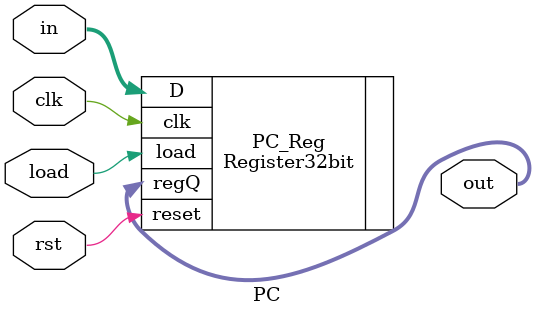
<source format=v>
`timescale 1ns / 1ps

/*******************************************************************
*
* Module: Datapath.v
* Project: Pipelined-RISCV
* Author1: Yahya Abbas.
* Email: yahya-abbas@aucegypt.edu
* Author2: Ali Ghazal.
* Email: AliGhazal@aucegypt.edu
* Author3: Omer Hassan.
* Email: omermosa@aucegypt.edu
* Description: Pipelined RISCV processor with support for RV32IC instructions that map to true 32I instructions
*              and support for the full RV32IM instruction set.
* Change history:
**********************************************************************/

module PC(
    input clk, 
    input rst, 
    input load, 
    input [31:0] in, 
    output  [31:0] out);

// Register32bit(input clk, load, reset, [31:0] D, output [31:0]regQ);
Register32bit PC_Reg(.clk(clk), .load(load), .reset(rst), .D(in), .regQ(out));

endmodule

</source>
